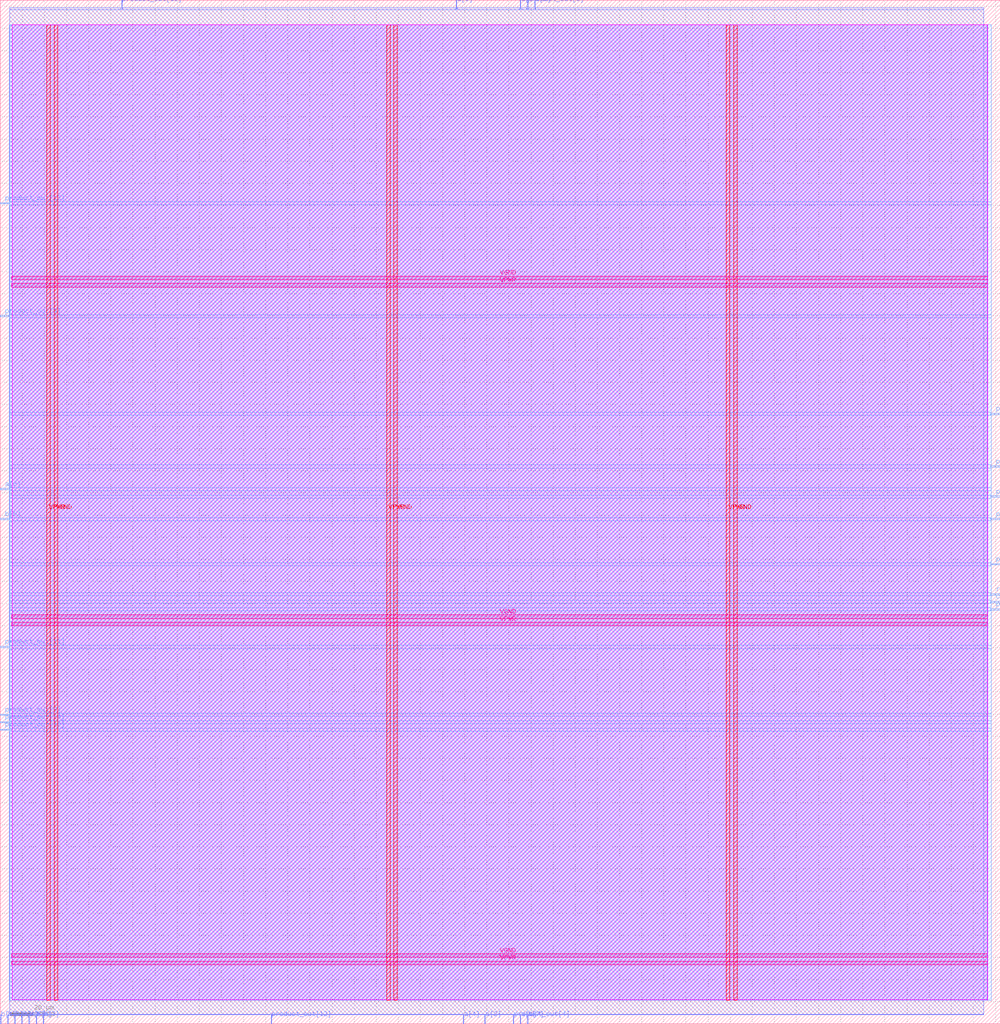
<source format=lef>
VERSION 5.7 ;
  NOWIREEXTENSIONATPIN ON ;
  DIVIDERCHAR "/" ;
  BUSBITCHARS "[]" ;
MACRO mult
  CLASS BLOCK ;
  FOREIGN mult ;
  ORIGIN 0.000 0.000 ;
  SIZE 452.130 BY 462.850 ;
  PIN VGND
    DIRECTION INOUT ;
    USE GROUND ;
    PORT
      LAYER met4 ;
        RECT 24.340 10.640 25.940 451.760 ;
    END
    PORT
      LAYER met4 ;
        RECT 177.940 10.640 179.540 451.760 ;
    END
    PORT
      LAYER met4 ;
        RECT 331.540 10.640 333.140 451.760 ;
    END
    PORT
      LAYER met5 ;
        RECT 5.280 30.030 446.440 31.630 ;
    END
    PORT
      LAYER met5 ;
        RECT 5.280 183.210 446.440 184.810 ;
    END
    PORT
      LAYER met5 ;
        RECT 5.280 336.390 446.440 337.990 ;
    END
  END VGND
  PIN VPWR
    DIRECTION INOUT ;
    USE POWER ;
    PORT
      LAYER met4 ;
        RECT 21.040 10.640 22.640 451.760 ;
    END
    PORT
      LAYER met4 ;
        RECT 174.640 10.640 176.240 451.760 ;
    END
    PORT
      LAYER met4 ;
        RECT 328.240 10.640 329.840 451.760 ;
    END
    PORT
      LAYER met5 ;
        RECT 5.280 26.730 446.440 28.330 ;
    END
    PORT
      LAYER met5 ;
        RECT 5.280 179.910 446.440 181.510 ;
    END
    PORT
      LAYER met5 ;
        RECT 5.280 333.090 446.440 334.690 ;
    END
  END VPWR
  PIN a[0]
    DIRECTION INPUT ;
    USE SIGNAL ;
    ANTENNAGATEAREA 0.126000 ;
    PORT
      LAYER met2 ;
        RECT 235.150 0.000 235.430 4.000 ;
    END
  END a[0]
  PIN a[1]
    DIRECTION INPUT ;
    USE SIGNAL ;
    ANTENNAGATEAREA 0.126000 ;
    PORT
      LAYER met2 ;
        RECT 235.150 458.850 235.430 462.850 ;
    END
  END a[1]
  PIN a[2]
    DIRECTION INPUT ;
    USE SIGNAL ;
    ANTENNAGATEAREA 0.126000 ;
    PORT
      LAYER met2 ;
        RECT 219.050 0.000 219.330 4.000 ;
    END
  END a[2]
  PIN a[3]
    DIRECTION INPUT ;
    USE SIGNAL ;
    ANTENNAGATEAREA 0.196500 ;
    PORT
      LAYER met2 ;
        RECT 241.590 458.850 241.870 462.850 ;
    END
  END a[3]
  PIN a[4]
    DIRECTION INPUT ;
    USE SIGNAL ;
    ANTENNAGATEAREA 0.196500 ;
    PORT
      LAYER met2 ;
        RECT 209.390 0.000 209.670 4.000 ;
    END
  END a[4]
  PIN a[5]
    DIRECTION INPUT ;
    USE SIGNAL ;
    ANTENNAGATEAREA 0.196500 ;
    PORT
      LAYER met2 ;
        RECT 206.170 458.850 206.450 462.850 ;
    END
  END a[5]
  PIN a[6]
    DIRECTION INPUT ;
    USE SIGNAL ;
    ANTENNAGATEAREA 0.213000 ;
    PORT
      LAYER met3 ;
        RECT 0.000 241.440 4.000 242.040 ;
    END
  END a[6]
  PIN a[7]
    DIRECTION INPUT ;
    USE SIGNAL ;
    ANTENNAGATEAREA 0.196500 ;
    PORT
      LAYER met2 ;
        RECT 238.370 0.000 238.650 4.000 ;
    END
  END a[7]
  PIN b[0]
    DIRECTION INPUT ;
    USE SIGNAL ;
    ANTENNAGATEAREA 0.213000 ;
    PORT
      LAYER met3 ;
        RECT 0.000 227.840 4.000 228.440 ;
    END
  END b[0]
  PIN b[1]
    DIRECTION INPUT ;
    USE SIGNAL ;
    PORT
      LAYER met2 ;
        RECT 0.090 0.000 0.370 4.000 ;
    END
  END b[1]
  PIN b[2]
    DIRECTION INPUT ;
    USE SIGNAL ;
    PORT
      LAYER met2 ;
        RECT 3.310 0.000 3.590 4.000 ;
    END
  END b[2]
  PIN b[3]
    DIRECTION INPUT ;
    USE SIGNAL ;
    PORT
      LAYER met2 ;
        RECT 6.530 0.000 6.810 4.000 ;
    END
  END b[3]
  PIN b[4]
    DIRECTION INPUT ;
    USE SIGNAL ;
    PORT
      LAYER met2 ;
        RECT 9.750 0.000 10.030 4.000 ;
    END
  END b[4]
  PIN b[5]
    DIRECTION INPUT ;
    USE SIGNAL ;
    PORT
      LAYER met2 ;
        RECT 12.970 0.000 13.250 4.000 ;
    END
  END b[5]
  PIN b[6]
    DIRECTION INPUT ;
    USE SIGNAL ;
    PORT
      LAYER met2 ;
        RECT 16.190 0.000 16.470 4.000 ;
    END
  END b[6]
  PIN b[7]
    DIRECTION INPUT ;
    USE SIGNAL ;
    PORT
      LAYER met2 ;
        RECT 19.410 0.000 19.690 4.000 ;
    END
  END b[7]
  PIN clk
    DIRECTION INPUT ;
    USE SIGNAL ;
    ANTENNAGATEAREA 1.286700 ;
    ANTENNADIFFAREA 0.434700 ;
    PORT
      LAYER met3 ;
        RECT 448.130 190.440 452.130 191.040 ;
    END
  END clk
  PIN product_out[0]
    DIRECTION OUTPUT ;
    USE SIGNAL ;
    ANTENNADIFFAREA 0.340600 ;
    PORT
      LAYER met3 ;
        RECT 448.130 207.440 452.130 208.040 ;
    END
  END product_out[0]
  PIN product_out[10]
    DIRECTION OUTPUT ;
    USE SIGNAL ;
    PORT
      LAYER met3 ;
        RECT 0.000 132.640 4.000 133.240 ;
    END
  END product_out[10]
  PIN product_out[11]
    DIRECTION OUTPUT ;
    USE SIGNAL ;
    PORT
      LAYER met3 ;
        RECT 0.000 170.040 4.000 170.640 ;
    END
  END product_out[11]
  PIN product_out[12]
    DIRECTION OUTPUT ;
    USE SIGNAL ;
    PORT
      LAYER met2 ;
        RECT 122.450 0.000 122.730 4.000 ;
    END
  END product_out[12]
  PIN product_out[13]
    DIRECTION OUTPUT ;
    USE SIGNAL ;
    PORT
      LAYER met3 ;
        RECT 0.000 370.640 4.000 371.240 ;
    END
  END product_out[13]
  PIN product_out[14]
    DIRECTION OUTPUT ;
    USE SIGNAL ;
    PORT
      LAYER met3 ;
        RECT 0.000 136.040 4.000 136.640 ;
    END
  END product_out[14]
  PIN product_out[15]
    DIRECTION OUTPUT ;
    USE SIGNAL ;
    PORT
      LAYER met2 ;
        RECT 54.830 458.850 55.110 462.850 ;
    END
  END product_out[15]
  PIN product_out[1]
    DIRECTION OUTPUT ;
    USE SIGNAL ;
    ANTENNADIFFAREA 0.340600 ;
    PORT
      LAYER met3 ;
        RECT 448.130 251.640 452.130 252.240 ;
    END
  END product_out[1]
  PIN product_out[2]
    DIRECTION OUTPUT ;
    USE SIGNAL ;
    ANTENNADIFFAREA 0.340600 ;
    PORT
      LAYER met3 ;
        RECT 448.130 227.840 452.130 228.440 ;
    END
  END product_out[2]
  PIN product_out[3]
    DIRECTION OUTPUT ;
    USE SIGNAL ;
    ANTENNADIFFAREA 0.340600 ;
    PORT
      LAYER met3 ;
        RECT 448.130 275.440 452.130 276.040 ;
    END
  END product_out[3]
  PIN product_out[4]
    DIRECTION OUTPUT ;
    USE SIGNAL ;
    ANTENNADIFFAREA 0.340600 ;
    PORT
      LAYER met2 ;
        RECT 231.930 0.000 232.210 4.000 ;
    END
  END product_out[4]
  PIN product_out[5]
    DIRECTION OUTPUT ;
    USE SIGNAL ;
    ANTENNADIFFAREA 0.340600 ;
    PORT
      LAYER met2 ;
        RECT 238.370 458.850 238.650 462.850 ;
    END
  END product_out[5]
  PIN product_out[6]
    DIRECTION OUTPUT ;
    USE SIGNAL ;
    ANTENNADIFFAREA 0.340600 ;
    PORT
      LAYER met3 ;
        RECT 448.130 238.040 452.130 238.640 ;
    END
  END product_out[6]
  PIN product_out[7]
    DIRECTION OUTPUT ;
    USE SIGNAL ;
    ANTENNADIFFAREA 0.340600 ;
    PORT
      LAYER met3 ;
        RECT 448.130 187.040 452.130 187.640 ;
    END
  END product_out[7]
  PIN product_out[8]
    DIRECTION OUTPUT ;
    USE SIGNAL ;
    PORT
      LAYER met3 ;
        RECT 0.000 139.440 4.000 140.040 ;
    END
  END product_out[8]
  PIN product_out[9]
    DIRECTION OUTPUT ;
    USE SIGNAL ;
    PORT
      LAYER met3 ;
        RECT 0.000 319.640 4.000 320.240 ;
    END
  END product_out[9]
  PIN rst
    DIRECTION INPUT ;
    USE SIGNAL ;
    ANTENNAGATEAREA 0.990000 ;
    PORT
      LAYER met3 ;
        RECT 448.130 193.840 452.130 194.440 ;
    END
  END rst
  OBS
      LAYER nwell ;
        RECT 5.330 10.795 446.390 451.605 ;
      LAYER li1 ;
        RECT 5.520 10.795 446.200 451.605 ;
      LAYER met1 ;
        RECT 4.210 10.640 446.200 451.760 ;
      LAYER met2 ;
        RECT 4.230 458.570 54.550 459.410 ;
        RECT 55.390 458.570 205.890 459.410 ;
        RECT 206.730 458.570 234.870 459.410 ;
        RECT 235.710 458.570 238.090 459.410 ;
        RECT 238.930 458.570 241.310 459.410 ;
        RECT 242.150 458.570 444.730 459.410 ;
        RECT 4.230 4.280 444.730 458.570 ;
        RECT 4.230 4.000 6.250 4.280 ;
        RECT 7.090 4.000 9.470 4.280 ;
        RECT 10.310 4.000 12.690 4.280 ;
        RECT 13.530 4.000 15.910 4.280 ;
        RECT 16.750 4.000 19.130 4.280 ;
        RECT 19.970 4.000 122.170 4.280 ;
        RECT 123.010 4.000 209.110 4.280 ;
        RECT 209.950 4.000 218.770 4.280 ;
        RECT 219.610 4.000 231.650 4.280 ;
        RECT 232.490 4.000 234.870 4.280 ;
        RECT 235.710 4.000 238.090 4.280 ;
        RECT 238.930 4.000 444.730 4.280 ;
      LAYER met3 ;
        RECT 3.990 371.640 448.130 451.685 ;
        RECT 4.400 370.240 448.130 371.640 ;
        RECT 3.990 320.640 448.130 370.240 ;
        RECT 4.400 319.240 448.130 320.640 ;
        RECT 3.990 276.440 448.130 319.240 ;
        RECT 3.990 275.040 447.730 276.440 ;
        RECT 3.990 252.640 448.130 275.040 ;
        RECT 3.990 251.240 447.730 252.640 ;
        RECT 3.990 242.440 448.130 251.240 ;
        RECT 4.400 241.040 448.130 242.440 ;
        RECT 3.990 239.040 448.130 241.040 ;
        RECT 3.990 237.640 447.730 239.040 ;
        RECT 3.990 228.840 448.130 237.640 ;
        RECT 4.400 227.440 447.730 228.840 ;
        RECT 3.990 208.440 448.130 227.440 ;
        RECT 3.990 207.040 447.730 208.440 ;
        RECT 3.990 194.840 448.130 207.040 ;
        RECT 3.990 193.440 447.730 194.840 ;
        RECT 3.990 191.440 448.130 193.440 ;
        RECT 3.990 190.040 447.730 191.440 ;
        RECT 3.990 188.040 448.130 190.040 ;
        RECT 3.990 186.640 447.730 188.040 ;
        RECT 3.990 171.040 448.130 186.640 ;
        RECT 4.400 169.640 448.130 171.040 ;
        RECT 3.990 140.440 448.130 169.640 ;
        RECT 4.400 139.040 448.130 140.440 ;
        RECT 3.990 137.040 448.130 139.040 ;
        RECT 4.400 135.640 448.130 137.040 ;
        RECT 3.990 133.640 448.130 135.640 ;
        RECT 4.400 132.240 448.130 133.640 ;
        RECT 3.990 10.715 448.130 132.240 ;
  END
END mult
END LIBRARY


</source>
